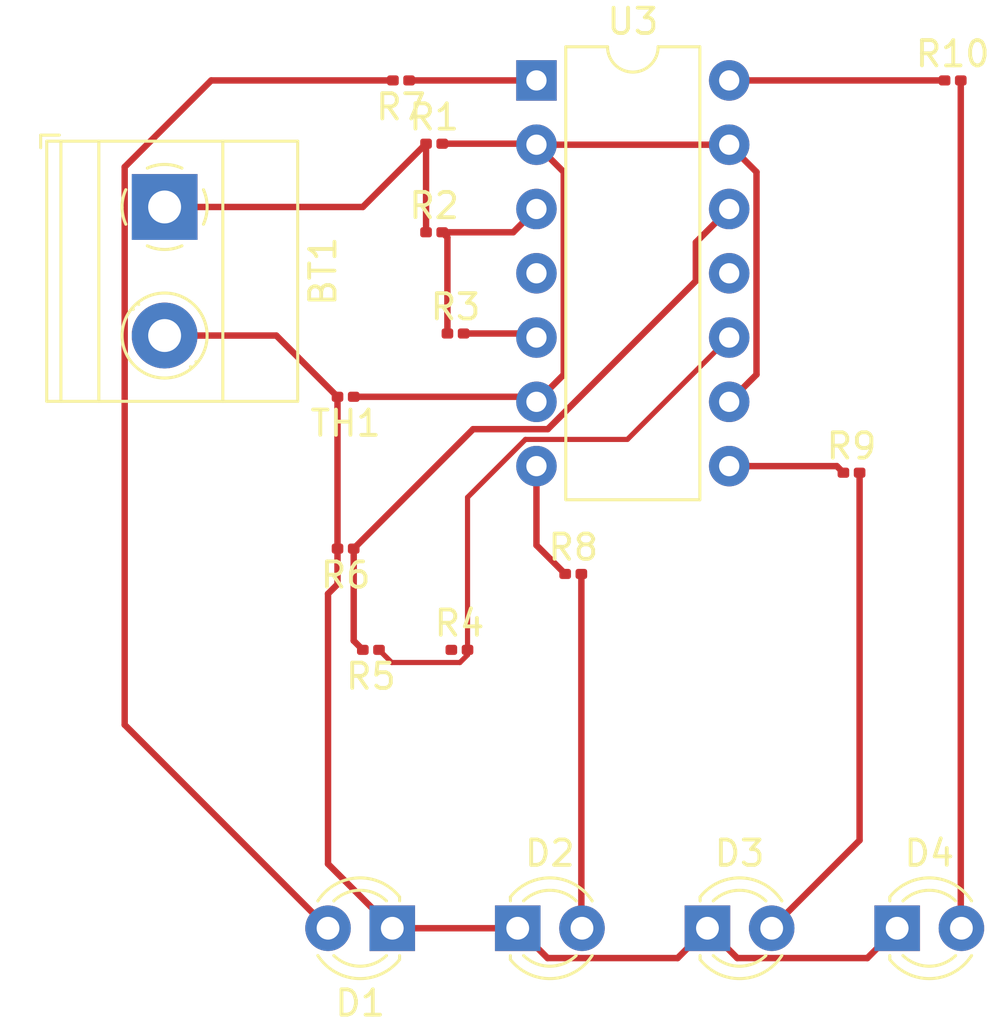
<source format=kicad_pcb>
(kicad_pcb (version 20240108) (generator "pcbnew") (generator_version "8.0")
  (layers (0 "F.Cu" signal) (31 "B.Cu" signal) (34 "B.Paste" user) (35 "F.Paste" user) (36 "B.SilkS" user "B.Silkscreen") (37 "F.SilkS" user "F.Silkscreen") (38 "B.Mask" user) (39 "F.Mask" user) (44 "Edge.Cuts" user))
  (net 0 "")
  (net 1 "Net-(BT1--)")
  (net 2 "Net-(BT1-+)")
  (net 3 "Net-(D1-A)")
  (net 4 "Net-(D2-A)")
  (net 5 "Net-(D3-A)")
  (net 6 "Net-(D4-A)")
  (net 7 "Net-(U3A--)")
  (net 8 "Net-(U3A-+)")
  (net 9 "Net-(U3B-+)")
  (net 10 "Net-(U3C-+)")
  (net 11 "Net-(U3D-+)")
  (net 12 "Net-(R7-Pad1)")
  (net 13 "Net-(R8-Pad1)")
  (net 14 "Net-(R9-Pad1)")
  (net 15 "Net-(R10-Pad1)")
  (footprint "Resistor_SMD:R_0201_0603Metric" (layer "F.Cu") (at 181.155 80.5)
    (property "Reference" "R9" (at 0 -1.05 360) (layer "F.SilkS"))
    (property "Value" "220")
    (pad "1" smd roundrect (at -0.32 0) (size 0.46 0.4) (layers "F.Cu" "F.Mask") (net 14 "Net-(R9-Pad1)"))
    (pad "2" smd roundrect (at 0.32 0) (size 0.46 0.4) (layers "F.Cu" "F.Mask") (net 5 "Net-(D3-A)"))
  )
  (footprint "Resistor_SMD:R_0201_0603Metric" (layer "F.Cu") (at 170.155 84.5)
    (property "Reference" "R8" (at 0 -1.05 360) (layer "F.SilkS"))
    (property "Value" "220")
    (pad "1" smd roundrect (at -0.32 0) (size 0.46 0.4) (layers "F.Cu" "F.Mask") (net 13 "Net-(R8-Pad1)"))
    (pad "2" smd roundrect (at 0.32 0) (size 0.46 0.4) (layers "F.Cu" "F.Mask") (net 4 "Net-(D2-A)"))
  )
  (footprint "LED_THT:LED_D3.0mm" (layer "F.Cu") (at 167.96 98.5)
    (property "Reference" "D2" (at 1.27 -2.96 0) (layer "F.SilkS"))
    (property "Value" "LED")
    (fp_line (start -0.29 -1.236) (end -0.29 -1.08) (stroke (width 0.12)) (layer "F.SilkS"))
    (fp_line (start -0.29 1.08) (end -0.29 1.236) (stroke (width 0.12)) (layer "F.SilkS"))
    (fp_arc (start -0.29 -1.235516) (mid 1.366487 -1.987659) (end 2.942335 -1.078608) (stroke (width 0.12)) (layer "F.SilkS"))
    (fp_arc (start 0.229039 -1.08) (mid 1.270117 -1.5) (end 2.31113 -1.079837) (stroke (width 0.12)) (layer "F.SilkS"))
    (fp_arc (start 2.31113 1.079837) (mid 1.270117 1.5) (end 0.229039 1.08) (stroke (width 0.12)) (layer "F.SilkS"))
    (fp_arc (start 2.942335 1.078608) (mid 1.366487 1.987659) (end -0.29 1.235516) (stroke (width 0.12)) (layer "F.SilkS"))
    (pad "1" thru_hole rect (at 0 0) (size 1.8 1.8) (drill 0.9) (layers "*.Cu" "*.Mask") (net 1 "Net-(BT1--)"))
    (pad "2" thru_hole circle (at 2.54 0) (size 1.8 1.8) (drill 0.9) (layers "*.Cu" "*.Mask") (net 4 "Net-(D2-A)"))
  )
  (footprint "LED_THT:LED_D3.0mm" (layer "F.Cu") (at 163 98.5 180)
    (property "Reference" "D1" (at 1.27 -2.96 180) (layer "F.SilkS"))
    (property "Value" "LED")
    (fp_line (start -0.29 1.08) (end -0.29 1.236) (stroke (width 0.12)) (layer "F.SilkS"))
    (fp_line (start -0.29 -1.236) (end -0.29 -1.08) (stroke (width 0.12)) (layer "F.SilkS"))
    (fp_arc (start 2.942335 1.078608) (mid 1.366487 1.987659) (end -0.29 1.235516) (stroke (width 0.12)) (layer "F.SilkS"))
    (fp_arc (start 2.31113 1.079837) (mid 1.270117 1.5) (end 0.229039 1.08) (stroke (width 0.12)) (layer "F.SilkS"))
    (fp_arc (start 0.229039 -1.08) (mid 1.270117 -1.5) (end 2.31113 -1.079837) (stroke (width 0.12)) (layer "F.SilkS"))
    (fp_arc (start -0.29 -1.235516) (mid 1.366487 -1.987659) (end 2.942335 -1.078608) (stroke (width 0.12)) (layer "F.SilkS"))
    (pad "1" thru_hole rect (at 0 0 180) (size 1.8 1.8) (drill 0.9) (layers "*.Cu" "*.Mask") (net 1 "Net-(BT1--)"))
    (pad "2" thru_hole circle (at 2.54 0 180) (size 1.8 1.8) (drill 0.9) (layers "*.Cu" "*.Mask") (net 3 "Net-(D1-A)"))
  )
  (footprint "Resistor_SMD:R_0201_0603Metric" (layer "F.Cu") (at 185.155 65)
    (property "Reference" "R10" (at 0 -1.05 360) (layer "F.SilkS"))
    (property "Value" "220")
    (pad "1" smd roundrect (at -0.32 0) (size 0.46 0.4) (layers "F.Cu" "F.Mask") (net 15 "Net-(R10-Pad1)"))
    (pad "2" smd roundrect (at 0.32 0) (size 0.46 0.4) (layers "F.Cu" "F.Mask") (net 6 "Net-(D4-A)"))
  )
  (footprint "Resistor_SMD:R_0201_0603Metric" (layer "F.Cu") (at 164.655 67.5)
    (property "Reference" "R1" (at 0 -1.05 360) (layer "F.SilkS"))
    (property "Value" "10k")
    (pad "1" smd roundrect (at -0.32 0) (size 0.46 0.4) (layers "F.Cu" "F.Mask") (net 2 "Net-(BT1-+)"))
    (pad "2" smd roundrect (at 0.32 0) (size 0.46 0.4) (layers "F.Cu" "F.Mask") (net 7 "Net-(U3A--)"))
  )
  (footprint "Resistor_SMD:R_0201_0603Metric" (layer "F.Cu") (at 164.655 71)
    (property "Reference" "R2" (at 0 -1.05 360) (layer "F.SilkS"))
    (property "Value" "5k")
    (pad "1" smd roundrect (at -0.32 0) (size 0.46 0.4) (layers "F.Cu" "F.Mask") (net 2 "Net-(BT1-+)"))
    (pad "2" smd roundrect (at 0.32 0) (size 0.46 0.4) (layers "F.Cu" "F.Mask") (net 8 "Net-(U3A-+)"))
  )
  (footprint "Resistor_SMD:R_0201_0603Metric" (layer "F.Cu") (at 165.5 75)
    (property "Reference" "R3" (at 0 -1.05 360) (layer "F.SilkS"))
    (property "Value" "5k")
    (pad "1" smd roundrect (at -0.32 0) (size 0.46 0.4) (layers "F.Cu" "F.Mask") (net 8 "Net-(U3A-+)"))
    (pad "2" smd roundrect (at 0.32 0) (size 0.46 0.4) (layers "F.Cu" "F.Mask") (net 9 "Net-(U3B-+)"))
  )
  (footprint "Resistor_SMD:R_0201_0603Metric" (layer "F.Cu") (at 163.345 65 180)
    (property "Reference" "R7" (at 0 -1.05 180) (layer "F.SilkS"))
    (property "Value" "220")
    (pad "1" smd roundrect (at -0.32 0 180) (size 0.46 0.4) (layers "F.Cu" "F.Mask") (net 12 "Net-(R7-Pad1)"))
    (pad "2" smd roundrect (at 0.32 0 180) (size 0.46 0.4) (layers "F.Cu" "F.Mask") (net 3 "Net-(D1-A)"))
  )
  (footprint "LED_THT:LED_D3.0mm" (layer "F.Cu") (at 182.96 98.5)
    (property "Reference" "D4" (at 1.27 -2.96 0) (layer "F.SilkS"))
    (property "Value" "LED")
    (fp_line (start -0.29 -1.236) (end -0.29 -1.08) (stroke (width 0.12)) (layer "F.SilkS"))
    (fp_line (start -0.29 1.08) (end -0.29 1.236) (stroke (width 0.12)) (layer "F.SilkS"))
    (fp_arc (start -0.29 -1.235516) (mid 1.366487 -1.987659) (end 2.942335 -1.078608) (stroke (width 0.12)) (layer "F.SilkS"))
    (fp_arc (start 0.229039 -1.08) (mid 1.270117 -1.5) (end 2.31113 -1.079837) (stroke (width 0.12)) (layer "F.SilkS"))
    (fp_arc (start 2.31113 1.079837) (mid 1.270117 1.5) (end 0.229039 1.08) (stroke (width 0.12)) (layer "F.SilkS"))
    (fp_arc (start 2.942335 1.078608) (mid 1.366487 1.987659) (end -0.29 1.235516) (stroke (width 0.12)) (layer "F.SilkS"))
    (pad "1" thru_hole rect (at 0 0) (size 1.8 1.8) (drill 0.9) (layers "*.Cu" "*.Mask") (net 1 "Net-(BT1--)"))
    (pad "2" thru_hole circle (at 2.54 0) (size 1.8 1.8) (drill 0.9) (layers "*.Cu" "*.Mask") (net 6 "Net-(D4-A)"))
  )
  (footprint "LED_THT:LED_D3.0mm" (layer "F.Cu") (at 175.46 98.5)
    (property "Reference" "D3" (at 1.27 -2.96 0) (layer "F.SilkS"))
    (property "Value" "LED")
    (fp_line (start -0.29 -1.236) (end -0.29 -1.08) (stroke (width 0.12)) (layer "F.SilkS"))
    (fp_line (start -0.29 1.08) (end -0.29 1.236) (stroke (width 0.12)) (layer "F.SilkS"))
    (fp_arc (start -0.29 -1.235516) (mid 1.366487 -1.987659) (end 2.942335 -1.078608) (stroke (width 0.12)) (layer "F.SilkS"))
    (fp_arc (start 0.229039 -1.08) (mid 1.270117 -1.5) (end 2.31113 -1.079837) (stroke (width 0.12)) (layer "F.SilkS"))
    (fp_arc (start 2.31113 1.079837) (mid 1.270117 1.5) (end 0.229039 1.08) (stroke (width 0.12)) (layer "F.SilkS"))
    (fp_arc (start 2.942335 1.078608) (mid 1.366487 1.987659) (end -0.29 1.235516) (stroke (width 0.12)) (layer "F.SilkS"))
    (pad "1" thru_hole rect (at 0 0) (size 1.8 1.8) (drill 0.9) (layers "*.Cu" "*.Mask") (net 1 "Net-(BT1--)"))
    (pad "2" thru_hole circle (at 2.54 0) (size 1.8 1.8) (drill 0.9) (layers "*.Cu" "*.Mask") (net 5 "Net-(D3-A)"))
  )
  (footprint "Resistor_SMD:R_0201_0603Metric" (layer "F.Cu") (at 161.155 77.5 180)
    (property "Reference" "TH1" (at 0 -1.05 180) (layer "F.SilkS"))
    (property "Value" "10k")
    (pad "1" smd roundrect (at -0.32 0 180) (size 0.46 0.4) (layers "F.Cu" "F.Mask") (net 7 "Net-(U3A--)"))
    (pad "2" smd roundrect (at 0.32 0 180) (size 0.46 0.4) (layers "F.Cu" "F.Mask") (net 1 "Net-(BT1--)"))
  )
  (footprint "Resistor_SMD:R_0201_0603Metric" (layer "F.Cu") (at 165.655 87.5)
    (property "Reference" "R4" (at 0 -1.05 360) (layer "F.SilkS"))
    (property "Value" "5k")
    (pad "1" smd roundrect (at -0.32 0) (size 0.46 0.4) (layers "F.Cu" "F.Mask") (net 9 "Net-(U3B-+)"))
    (pad "2" smd roundrect (at 0.32 0) (size 0.46 0.4) (layers "F.Cu" "F.Mask") (net 10 "Net-(U3C-+)"))
  )
  (footprint "Resistor_SMD:R_0201_0603Metric" (layer "F.Cu") (at 162.155 87.5 180)
    (property "Reference" "R5" (at 0 -1.05 180) (layer "F.SilkS"))
    (property "Value" "5k")
    (pad "1" smd roundrect (at -0.32 0 180) (size 0.46 0.4) (layers "F.Cu" "F.Mask") (net 10 "Net-(U3C-+)"))
    (pad "2" smd roundrect (at 0.32 0 180) (size 0.46 0.4) (layers "F.Cu" "F.Mask") (net 11 "Net-(U3D-+)"))
  )
  (footprint "Package_DIP:DIP-14_W7.62mm" (layer "F.Cu") (at 168.7 65)
    (property "Reference" "U3" (at 3.81 -2.33 0) (layer "F.SilkS"))
    (property "Value" "LM324")
    (fp_line (start 1.16 -1.33) (end 1.16 16.57) (stroke (width 0.12)) (layer "F.SilkS"))
    (fp_line (start 1.16 16.57) (end 6.46 16.57) (stroke (width 0.12)) (layer "F.SilkS"))
    (fp_line (start 2.81 -1.33) (end 1.16 -1.33) (stroke (width 0.12)) (layer "F.SilkS"))
    (fp_line (start 6.46 -1.33) (end 4.81 -1.33) (stroke (width 0.12)) (layer "F.SilkS"))
    (fp_line (start 6.46 16.57) (end 6.46 -1.33) (stroke (width 0.12)) (layer "F.SilkS"))
    (fp_arc (start 4.81 -1.33) (mid 3.81 -0.33) (end 2.81 -1.33) (stroke (width 0.12)) (layer "F.SilkS"))
    (pad "1" thru_hole rect (at 0 0) (size 1.6 1.6) (drill 0.8) (layers "*.Cu" "*.Mask") (net 12 "Net-(R7-Pad1)"))
    (pad "2" thru_hole oval (at 0 2.54) (size 1.6 1.6) (drill 0.8) (layers "*.Cu" "*.Mask") (net 7 "Net-(U3A--)"))
    (pad "3" thru_hole oval (at 0 5.08) (size 1.6 1.6) (drill 0.8) (layers "*.Cu" "*.Mask") (net 8 "Net-(U3A-+)"))
    (pad "4" thru_hole oval (at 0 7.62) (size 1.6 1.6) (drill 0.8) (layers "*.Cu" "*.Mask"))
    (pad "5" thru_hole oval (at 0 10.16) (size 1.6 1.6) (drill 0.8) (layers "*.Cu" "*.Mask") (net 9 "Net-(U3B-+)"))
    (pad "6" thru_hole oval (at 0 12.7) (size 1.6 1.6) (drill 0.8) (layers "*.Cu" "*.Mask") (net 7 "Net-(U3A--)"))
    (pad "7" thru_hole oval (at 0 15.24) (size 1.6 1.6) (drill 0.8) (layers "*.Cu" "*.Mask") (net 13 "Net-(R8-Pad1)"))
    (pad "8" thru_hole oval (at 7.62 15.24) (size 1.6 1.6) (drill 0.8) (layers "*.Cu" "*.Mask") (net 14 "Net-(R9-Pad1)"))
    (pad "9" thru_hole oval (at 7.62 12.7) (size 1.6 1.6) (drill 0.8) (layers "*.Cu" "*.Mask") (net 7 "Net-(U3A--)"))
    (pad "10" thru_hole oval (at 7.62 10.16) (size 1.6 1.6) (drill 0.8) (layers "*.Cu" "*.Mask") (net 10 "Net-(U3C-+)"))
    (pad "11" thru_hole oval (at 7.62 7.62) (size 1.6 1.6) (drill 0.8) (layers "*.Cu" "*.Mask"))
    (pad "12" thru_hole oval (at 7.62 5.08) (size 1.6 1.6) (drill 0.8) (layers "*.Cu" "*.Mask") (net 11 "Net-(U3D-+)"))
    (pad "13" thru_hole oval (at 7.62 2.54) (size 1.6 1.6) (drill 0.8) (layers "*.Cu" "*.Mask") (net 7 "Net-(U3A--)"))
    (pad "14" thru_hole oval (at 7.62 0) (size 1.6 1.6) (drill 0.8) (layers "*.Cu" "*.Mask") (net 15 "Net-(R10-Pad1)"))
  )
  (footprint "Resistor_SMD:R_0201_0603Metric" (layer "F.Cu") (at 161.155 83.5 180)
    (property "Reference" "R6" (at 0 -1.05 180) (layer "F.SilkS"))
    (property "Value" "5k")
    (pad "1" smd roundrect (at -0.32 0 180) (size 0.46 0.4) (layers "F.Cu" "F.Mask") (net 11 "Net-(U3D-+)"))
    (pad "2" smd roundrect (at 0.32 0 180) (size 0.46 0.4) (layers "F.Cu" "F.Mask") (net 1 "Net-(BT1--)"))
  )
  (footprint "TerminalBlock_Phoenix:TerminalBlock_Phoenix_MKDS-1,5-2-5.08_1x02_P5.08mm_Horizontal" (layer "F.Cu") (at 154 70 -90)
    (property "Reference" "BT1" (at 2.54 -6.26 90) (layer "F.SilkS"))
    (property "Value" "12V")
    (fp_line (start -2.84 4.9) (end -2.34 4.9) (stroke (width 0.12)) (layer "F.SilkS"))
    (fp_line (start -2.6 4.66) (end 7.68 4.66) (stroke (width 0.12)) (layer "F.SilkS"))
    (fp_line (start -2.84 4.16) (end -2.84 4.9) (stroke (width 0.12)) (layer "F.SilkS"))
    (fp_line (start -2.6 4.1) (end 7.68 4.1) (stroke (width 0.12)) (layer "F.SilkS"))
    (fp_line (start -2.6 2.6) (end 7.68 2.6) (stroke (width 0.12)) (layer "F.SilkS"))
    (fp_line (start 4.046 1.239) (end 4.011 1.274) (stroke (width 0.12)) (layer "F.SilkS"))
    (fp_line (start 3.853 1.023) (end 3.806 1.069) (stroke (width 0.12)) (layer "F.SilkS"))
    (fp_line (start 6.355 -1.069) (end 6.308 -1.023) (stroke (width 0.12)) (layer "F.SilkS"))
    (fp_line (start 6.15 -1.275) (end 6.115 -1.239) (stroke (width 0.12)) (layer "F.SilkS"))
    (fp_line (start -2.6 -2.301) (end 7.68 -2.301) (stroke (width 0.12)) (layer "F.SilkS"))
    (fp_line (start -2.6 -5.261) (end -2.6 4.66) (stroke (width 0.12)) (layer "F.SilkS"))
    (fp_line (start -2.6 -5.261) (end 7.68 -5.261) (stroke (width 0.12)) (layer "F.SilkS"))
    (fp_line (start 7.68 -5.261) (end 7.68 4.66) (stroke (width 0.12)) (layer "F.SilkS"))
    (fp_arc (start 0.028805 1.680253) (mid -0.335551 1.646659) (end -0.684 1.535) (stroke (width 0.12)) (layer "F.SilkS"))
    (fp_arc (start 0.683318 1.534756) (mid 0.349292 1.643288) (end 0 1.68) (stroke (width 0.12)) (layer "F.SilkS"))
    (fp_arc (start -1.535427 0.683042) (mid -1.680501 -0.000524) (end -1.535 -0.684) (stroke (width 0.12)) (layer "F.SilkS"))
    (fp_arc (start 1.535427 -0.683042) (mid 1.680501 0.000524) (end 1.535 0.684) (stroke (width 0.12)) (layer "F.SilkS"))
    (fp_arc (start -0.683042 -1.535427) (mid 0.000524 -1.680501) (end 0.684 -1.535) (stroke (width 0.12)) (layer "F.SilkS"))
    (fp_circle (center 5.08 0) (end 6.76 0) (stroke (width 0.12)) (fill none) (layer "F.SilkS"))
    (pad "1" thru_hole rect (at 0 0 270) (size 2.6 2.6) (drill 1.3) (layers "*.Cu" "*.Mask") (net 2 "Net-(BT1-+)"))
    (pad "2" thru_hole circle (at 5.08 0 270) (size 2.6 2.6) (drill 1.3) (layers "*.Cu" "*.Mask") (net 1 "Net-(BT1--)"))
  )
  (segment (start 163 98.5) (end 160.46 95.96) (width 0.254) (layer "F.Cu") (net 1))
  (segment (start 160.835 84.909324) (end 160.835 83.5) (width 0.254) (layer "F.Cu") (net 1))
  (segment (start 181.7806 99.6794) (end 176.6394 99.6794) (width 0.254) (layer "F.Cu") (net 1))
  (segment (start 182.96 98.5) (end 181.7806 99.6794) (width 0.254) (layer "F.Cu") (net 1))
  (segment (start 158.415 75.08) (end 160.835 77.5) (width 0.254) (layer "F.Cu") (net 1))
  (segment (start 160.46 95.96) (end 160.46 85.284324) (width 0.254) (layer "F.Cu") (net 1))
  (segment (start 163 98.5) (end 167.96 98.5) (width 0.254) (layer "F.Cu") (net 1))
  (segment (start 174.2806 99.6794) (end 175.46 98.5) (width 0.254) (layer "F.Cu") (net 1))
  (segment (start 176.6394 99.6794) (end 175.46 98.5) (width 0.254) (layer "F.Cu") (net 1))
  (segment (start 160.46 85.284324) (end 160.835 84.909324) (width 0.254) (layer "F.Cu") (net 1))
  (segment (start 167.96 98.5) (end 169.1394 99.6794) (width 0.254) (layer "F.Cu") (net 1))
  (segment (start 160.835 77.5) (end 160.835 83.5) (width 0.254) (layer "F.Cu") (net 1))
  (segment (start 154 75.08) (end 158.415 75.08) (width 0.254) (layer "F.Cu") (net 1))
  (segment (start 169.1394 99.6794) (end 174.2806 99.6794) (width 0.254) (layer "F.Cu") (net 1))
  (segment (start 154 70) (end 161.835 70) (width 0.254) (layer "F.Cu") (net 2))
  (segment (start 161.835 70) (end 164.335 67.5) (width 0.254) (layer "F.Cu") (net 2))
  (segment (start 164.335 67.5) (end 164.335 71) (width 0.254) (layer "F.Cu") (net 2))
  (segment (start 152.4206 90.4606) (end 160.46 98.5) (width 0.254) (layer "F.Cu") (net 3))
  (segment (start 152.4206 68.4206) (end 152.4206 90.4606) (width 0.254) (layer "F.Cu") (net 3))
  (segment (start 155.8412 65) (end 152.4206 68.4206) (width 0.254) (layer "F.Cu") (net 3))
  (segment (start 163.025 65) (end 155.8412 65) (width 0.254) (layer "F.Cu") (net 3))
  (segment (start 170.475 84.5) (end 170.475 98.475) (width 0.254) (layer "F.Cu") (net 4))
  (segment (start 170.475 98.475) (end 170.5 98.5) (width 0.254) (layer "F.Cu") (net 4))
  (segment (start 181.475 80.5) (end 181.475 95.025) (width 0.254) (layer "F.Cu") (net 5))
  (segment (start 181.475 95.025) (end 178 98.5) (width 0.254) (layer "F.Cu") (net 5))
  (segment (start 185.475 98.475) (end 185.5 98.5) (width 0.254) (layer "F.Cu") (net 6))
  (segment (start 185.475 65) (end 185.475 98.475) (width 0.254) (layer "F.Cu") (net 6))
  (segment (start 169.7794 76.6206) (end 169.7794 68.6194) (width 0.254) (layer "F.Cu") (net 7))
  (segment (start 168.7 67.54) (end 176.32 67.54) (width 0.254) (layer "F.Cu") (net 7))
  (segment (start 169.7794 68.6194) (end 168.7 67.54) (width 0.254) (layer "F.Cu") (net 7))
  (segment (start 176.32 67.54) (end 177.3994 68.6194) (width 0.254) (layer "F.Cu") (net 7))
  (segment (start 164.975 67.5) (end 168.66 67.5) (width 0.254) (layer "F.Cu") (net 7))
  (segment (start 168.66 67.5) (end 168.7 67.54) (width 0.254) (layer "F.Cu") (net 7))
  (segment (start 168.5 77.5) (end 168.7 77.7) (width 0.254) (layer "F.Cu") (net 7))
  (segment (start 177.3994 76.6206) (end 176.32 77.7) (width 0.254) (layer "F.Cu") (net 7))
  (segment (start 168.7 77.7) (end 169.7794 76.6206) (width 0.254) (layer "F.Cu") (net 7))
  (segment (start 161.475 77.5) (end 168.5 77.5) (width 0.254) (layer "F.Cu") (net 7))
  (segment (start 177.3994 68.6194) (end 177.3994 76.6206) (width 0.254) (layer "F.Cu") (net 7))
  (segment (start 164.975 71) (end 167.78 71) (width 0.254) (layer "F.Cu") (net 8))
  (segment (start 167.78 71) (end 168.7 70.08) (width 0.254) (layer "F.Cu") (net 8))
  (segment (start 165.18 71.205) (end 164.975 71) (width 0.254) (layer "F.Cu") (net 8))
  (segment (start 165.18 75) (end 165.18 71.205) (width 0.254) (layer "F.Cu") (net 8))
  (segment (start 165.82 75) (end 168.54 75) (width 0.254) (layer "F.Cu") (net 9))
  (segment (start 168.54 75) (end 168.7 75.16) (width 0.254) (layer "F.Cu") (net 9))
  (segment (start 168.263418 79.186) (end 172.294 79.186) (width 0.2032) (layer "F.Cu") (net 10))
  (segment (start 162.975 88) (end 165.674999 88) (width 0.2032) (layer "F.Cu") (net 10))
  (segment (start 165.975 87.5) (end 165.975 81.474418) (width 0.2032) (layer "F.Cu") (net 10))
  (segment (start 172.294 79.186) (end 176.32 75.16) (width 0.2032) (layer "F.Cu") (net 10))
  (segment (start 165.975 87.699999) (end 165.975 87.5) (width 0.2032) (layer "F.Cu") (net 10))
  (segment (start 165.975 81.474418) (end 168.263418 79.186) (width 0.2032) (layer "F.Cu") (net 10))
  (segment (start 165.674999 88) (end 165.975 87.699999) (width 0.2032) (layer "F.Cu") (net 10))
  (segment (start 162.475 87.5) (end 162.975 88) (width 0.2032) (layer "F.Cu") (net 10))
  (segment (start 161.475 83.5) (end 166.1956 78.7794) (width 0.254) (layer "F.Cu") (net 11))
  (segment (start 169.147103 78.7794) (end 175 72.926503) (width 0.254) (layer "F.Cu") (net 11))
  (segment (start 161.475 87.14) (end 161.835 87.5) (width 0.254) (layer "F.Cu") (net 11))
  (segment (start 175 72.926503) (end 175 71.4) (width 0.254) (layer "F.Cu") (net 11))
  (segment (start 175 71.4) (end 176.32 70.08) (width 0.254) (layer "F.Cu") (net 11))
  (segment (start 166.1956 78.7794) (end 169.147103 78.7794) (width 0.254) (layer "F.Cu") (net 11))
  (segment (start 161.475 83.5) (end 161.475 87.14) (width 0.254) (layer "F.Cu") (net 11))
  (segment (start 163.665 65) (end 168.7 65) (width 0.254) (layer "F.Cu") (net 12))
  (segment (start 168.7 83.365) (end 169.835 84.5) (width 0.254) (layer "F.Cu") (net 13))
  (segment (start 168.7 80.24) (end 168.7 83.365) (width 0.254) (layer "F.Cu") (net 13))
  (segment (start 176.32 80.24) (end 180.575 80.24) (width 0.254) (layer "F.Cu") (net 14))
  (segment (start 180.575 80.24) (end 180.835 80.5) (width 0.254) (layer "F.Cu") (net 14))
  (segment (start 176.32 65) (end 184.835 65) (width 0.254) (layer "F.Cu") (net 15))
)
</source>
